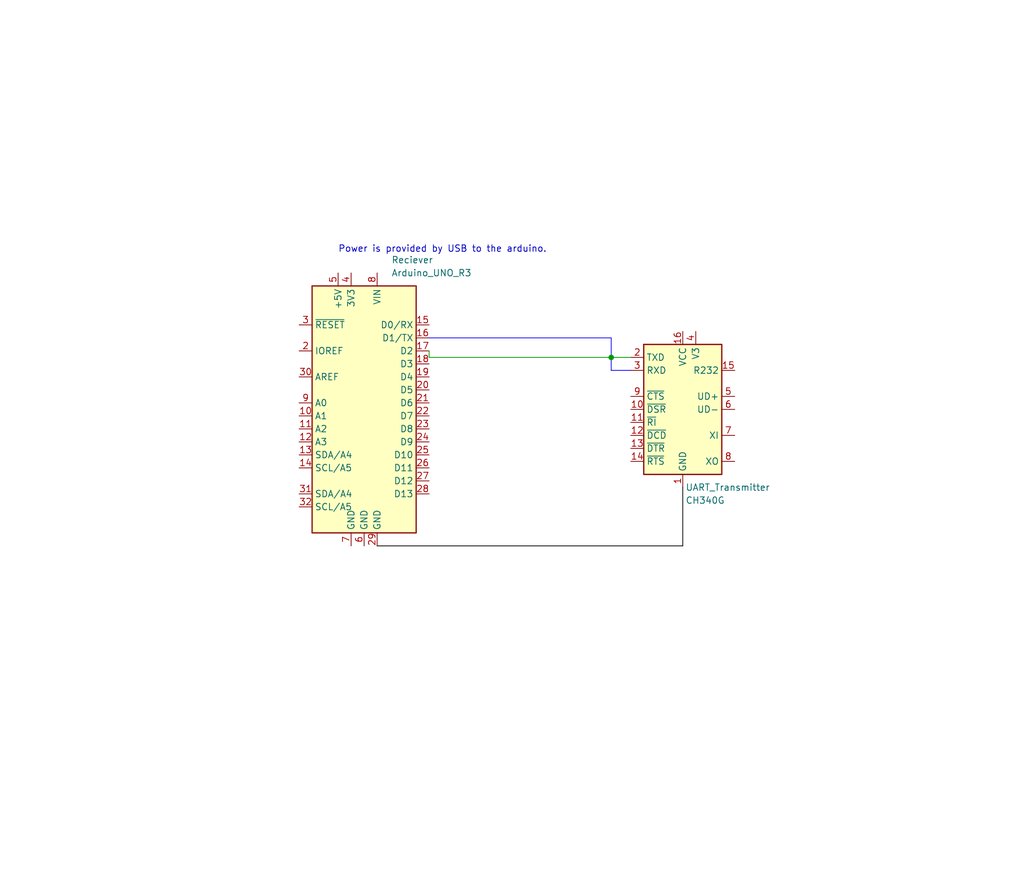
<source format=kicad_sch>
(kicad_sch (version 20211123) (generator eeschema)
  (paper "User" 200 170.002)
  (title_block (title "UART Reciever") (date "2023-06-22") (rev "1") (company "Nathan Thus"))
  (lib_symbols
    (symbol "Interface_USB:CH340G"
      (property "Reference" "U" (at -5.08 13.97 0))
      (property "Value" "CH340G" (at 1.27 13.97 0))
      (symbol "CH340G_0_1"
        (rectangle (start -7.62 12.7) (end 7.62 -12.7) (stroke (width 0.254)) (fill (type background)))
      )
      (symbol "CH340G_1_1"
        (pin power_in line (at 0 -15.24 90) (length 2.54) (name "GND") (number "1"))
        (pin input line (at 10.16 0 180) (length 2.54) (name "~{DSR}") (number "10"))
        (pin input line (at 10.16 -2.54 180) (length 2.54) (name "~{RI}") (number "11"))
        (pin input line (at 10.16 -5.08 180) (length 2.54) (name "~{DCD}") (number "12"))
        (pin output line (at 10.16 -7.62 180) (length 2.54) (name "~{DTR}") (number "13"))
        (pin output line (at 10.16 -10.16 180) (length 2.54) (name "~{RTS}") (number "14"))
        (pin input line (at -10.16 7.62 0) (length 2.54) (name "R232") (number "15"))
        (pin power_in line (at 0 15.24 270) (length 2.54) (name "VCC") (number "16"))
        (pin output line (at 10.16 10.16 180) (length 2.54) (name "TXD") (number "2"))
        (pin input line (at 10.16 7.62 180) (length 2.54) (name "RXD") (number "3"))
        (pin passive line (at -2.54 15.24 270) (length 2.54) (name "V3") (number "4"))
        (pin bidirectional line (at -10.16 2.54 0) (length 2.54) (name "UD+") (number "5"))
        (pin bidirectional line (at -10.16 0 0) (length 2.54) (name "UD-") (number "6"))
        (pin input line (at -10.16 -5.08 0) (length 2.54) (name "XI") (number "7"))
        (pin output line (at -10.16 -10.16 0) (length 2.54) (name "XO") (number "8"))
        (pin input line (at 10.16 2.54 180) (length 2.54) (name "~{CTS}") (number "9"))
      )
    )
    (symbol "MCU_Module:Arduino_UNO_R3"
      (property "Reference" "A" (at -10.16 23.495 0))
      (property "Value" "Arduino_UNO_R3" (at 5.08 -26.67 0))
      (symbol "Arduino_UNO_R3_0_1"
        (rectangle (start -10.16 22.86) (end 10.16 -25.4) (stroke (width 0.254)) (fill (type background)))
      )
      (symbol "Arduino_UNO_R3_1_1"
        (pin no_connect line (at -10.16 -20.32 0) (length 2.54) hide (name "NC") (number "1"))
        (pin bidirectional line (at 12.7 -2.54 180) (length 2.54) (name "A1") (number "10"))
        (pin bidirectional line (at 12.7 -5.08 180) (length 2.54) (name "A2") (number "11"))
        (pin bidirectional line (at 12.7 -7.62 180) (length 2.54) (name "A3") (number "12"))
        (pin bidirectional line (at 12.7 -10.16 180) (length 2.54) (name "SDA/A4") (number "13"))
        (pin bidirectional line (at 12.7 -12.7 180) (length 2.54) (name "SCL/A5") (number "14"))
        (pin bidirectional line (at -12.7 15.24 0) (length 2.54) (name "D0/RX") (number "15"))
        (pin bidirectional line (at -12.7 12.7 0) (length 2.54) (name "D1/TX") (number "16"))
        (pin bidirectional line (at -12.7 10.16 0) (length 2.54) (name "D2") (number "17"))
        (pin bidirectional line (at -12.7 7.62 0) (length 2.54) (name "D3") (number "18"))
        (pin bidirectional line (at -12.7 5.08 0) (length 2.54) (name "D4") (number "19"))
        (pin output line (at 12.7 10.16 180) (length 2.54) (name "IOREF") (number "2"))
        (pin bidirectional line (at -12.7 2.54 0) (length 2.54) (name "D5") (number "20"))
        (pin bidirectional line (at -12.7 0 0) (length 2.54) (name "D6") (number "21"))
        (pin bidirectional line (at -12.7 -2.54 0) (length 2.54) (name "D7") (number "22"))
        (pin bidirectional line (at -12.7 -5.08 0) (length 2.54) (name "D8") (number "23"))
        (pin bidirectional line (at -12.7 -7.62 0) (length 2.54) (name "D9") (number "24"))
        (pin bidirectional line (at -12.7 -10.16 0) (length 2.54) (name "D10") (number "25"))
        (pin bidirectional line (at -12.7 -12.7 0) (length 2.54) (name "D11") (number "26"))
        (pin bidirectional line (at -12.7 -15.24 0) (length 2.54) (name "D12") (number "27"))
        (pin bidirectional line (at -12.7 -17.78 0) (length 2.54) (name "D13") (number "28"))
        (pin power_in line (at -2.54 -27.94 90) (length 2.54) (name "GND") (number "29"))
        (pin input line (at 12.7 15.24 180) (length 2.54) (name "~{RESET}") (number "3"))
        (pin input line (at 12.7 5.08 180) (length 2.54) (name "AREF") (number "30"))
        (pin bidirectional line (at 12.7 -17.78 180) (length 2.54) (name "SDA/A4") (number "31"))
        (pin bidirectional line (at 12.7 -20.32 180) (length 2.54) (name "SCL/A5") (number "32"))
        (pin power_out line (at 2.54 25.4 270) (length 2.54) (name "3V3") (number "4"))
        (pin power_out line (at 5.08 25.4 270) (length 2.54) (name "+5V") (number "5"))
        (pin power_in line (at 0 -27.94 90) (length 2.54) (name "GND") (number "6"))
        (pin power_in line (at 2.54 -27.94 90) (length 2.54) (name "GND") (number "7"))
        (pin power_in line (at -2.54 25.4 270) (length 2.54) (name "VIN") (number "8"))
        (pin bidirectional line (at 12.7 0 180) (length 2.54) (name "A0") (number "9"))
      )
    )
  )
  (junction (at 119.38 69.85))
  (wire (pts (xy 119.38 72.39) (xy 119.38 69.85)) (stroke (width 0) (color 14 0 255 1)))
  (wire (pts (xy 133.35 106.68) (xy 73.66 106.68)) (stroke (width 0) (color 0 0 0 1)))
  (wire (pts (xy 119.38 69.85) (xy 119.38 66.04)) (stroke (width 0) (color 14 0 255 1)))
  (wire (pts (xy 123.19 72.39) (xy 119.38 72.39)) (stroke (width 0) (color 14 0 255 1)))
  (wire (pts (xy 83.82 69.85) (xy 83.82 68.58)))
  (wire (pts (xy 133.35 95.25) (xy 133.35 106.68)) (stroke (width 0) (color 0 0 0 1)))
  (wire (pts (xy 119.38 66.04) (xy 83.82 66.04)) (stroke (width 0) (color 14 0 255 1)))
  (wire (pts (xy 119.38 69.85) (xy 123.19 69.85)))
  (wire (pts (xy 83.82 69.85) (xy 119.38 69.85)))
  (text "Power is provided by USB to the arduino." (at 66.04 49.53 0) (effects (font (size 1.27 1.27)) (justify left bottom)))
  (symbol (lib_id "Interface_USB:CH340G") (at 133.35 80.01 0) (mirror y) (unit 1)
    (property "Reference" "UART_Transmitter" (at 133.8706 95.25 0) (effects (justify right)))
    (property "Value" "CH340G" (at 133.8706 97.79 0) (effects (justify right)))
    (property "Footprint" "Package_SO:SOIC-16_3.9x9.9mm_P1.27mm" (effects hide))
    (property "Datasheet" "http://www.datasheet5.com/pdf-local-2195953" (effects hide))
  )
  (symbol (lib_id "MCU_Module:Arduino_UNO_R3") (at 71.12 78.74 0) (mirror y) (unit 1)
    (property "Reference" "Reciever" (at 76.4287 50.8 0) (effects (justify right)))
    (property "Value" "Arduino_UNO_R3" (at 76.4287 53.34 0) (effects (justify right)))
    (property "Footprint" "Module:Arduino_UNO_R3" (effects hide))
    (property "Datasheet" "https://www.arduino.cc/en/Main/arduinoBoardUno" (effects hide))
  )
)
</source>
